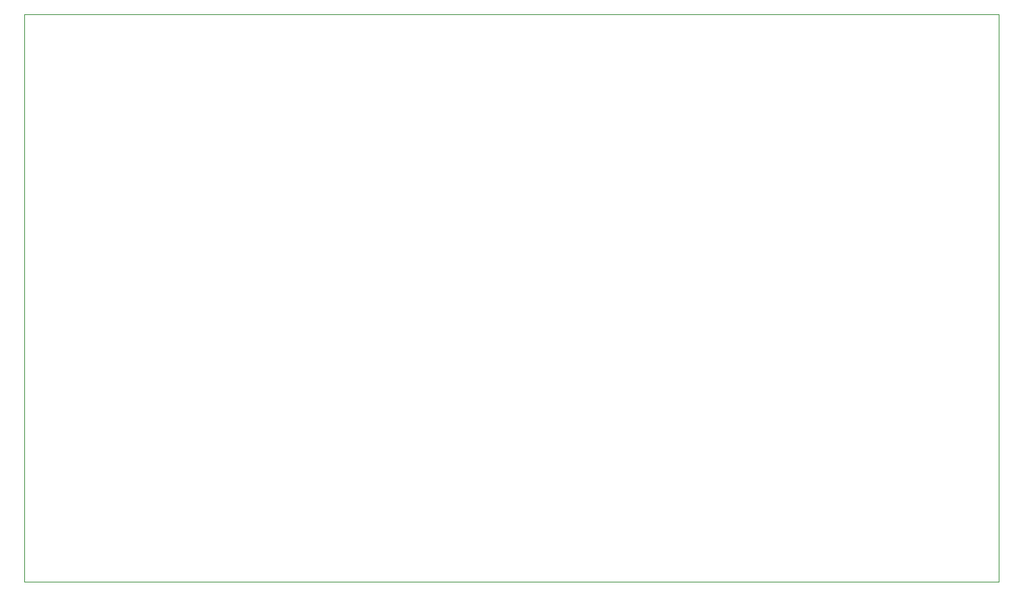
<source format=gbr>
%TF.GenerationSoftware,KiCad,Pcbnew,8.0.3*%
%TF.CreationDate,2025-10-30T11:00:03+03:00*%
%TF.ProjectId,yandex-rover,79616e64-6578-42d7-926f-7665722e6b69,rev?*%
%TF.SameCoordinates,Original*%
%TF.FileFunction,Profile,NP*%
%FSLAX46Y46*%
G04 Gerber Fmt 4.6, Leading zero omitted, Abs format (unit mm)*
G04 Created by KiCad (PCBNEW 8.0.3) date 2025-10-30 11:00:03*
%MOMM*%
%LPD*%
G01*
G04 APERTURE LIST*
%TA.AperFunction,Profile*%
%ADD10C,0.050000*%
%TD*%
G04 APERTURE END LIST*
D10*
X100900000Y-28700000D02*
X216400000Y-28700000D01*
X216400000Y-96000000D01*
X100900000Y-96000000D01*
X100900000Y-28700000D01*
M02*

</source>
